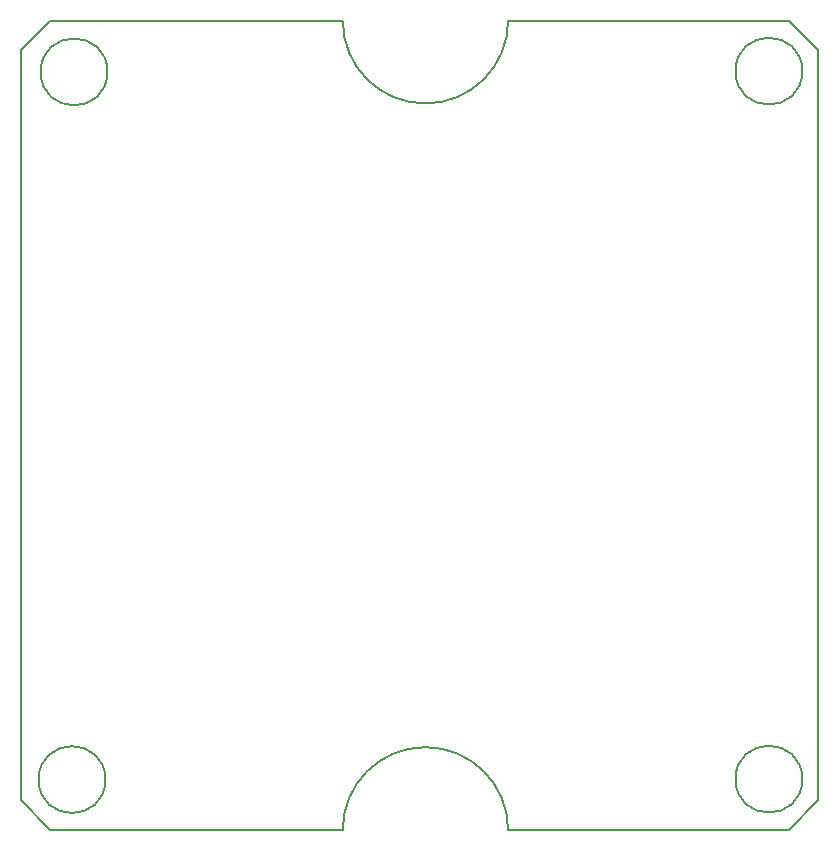
<source format=gm1>
G04 #@! TF.GenerationSoftware,KiCad,Pcbnew,5.0.0-rc2*
G04 #@! TF.CreationDate,2019-06-04T00:54:00-04:00*
G04 #@! TF.ProjectId,gassensor,67617373656E736F722E6B696361645F,rev?*
G04 #@! TF.SameCoordinates,Original*
G04 #@! TF.FileFunction,Profile,NP*
%FSLAX46Y46*%
G04 Gerber Fmt 4.6, Leading zero omitted, Abs format (unit mm)*
G04 Created by KiCad (PCBNEW 5.0.0-rc2) date Tue Jun  4 00:54:00 2019*
%MOMM*%
%LPD*%
G01*
G04 APERTURE LIST*
%ADD10C,0.152400*%
G04 APERTURE END LIST*
D10*
X164660854Y-64516000D02*
G75*
G03X164660854Y-64516000I-2828427J0D01*
G01*
X105828427Y-64578427D02*
G75*
G03X105828427Y-64578427I-2828427J0D01*
G01*
X105656854Y-124500000D02*
G75*
G03X105656854Y-124500000I-2828427J0D01*
G01*
X164660854Y-124460000D02*
G75*
G03X164660854Y-124460000I-2828427J0D01*
G01*
X125750000Y-60250000D02*
X101000000Y-60250000D01*
X163500000Y-60250000D02*
X139750000Y-60250000D01*
X166000000Y-126250000D02*
X166000000Y-62750000D01*
X139750000Y-128750000D02*
X163500000Y-128750000D01*
X101000000Y-128750000D02*
X125750000Y-128750000D01*
X98500000Y-62750000D02*
X98500000Y-126250000D01*
X166000000Y-62750000D02*
X163500000Y-60250000D01*
X163500000Y-128750000D02*
X166000000Y-126250000D01*
X98500000Y-126250000D02*
X101000000Y-128750000D01*
X101000000Y-60250000D02*
X98500000Y-62750000D01*
X132750000Y-67250000D02*
G75*
G03X139750000Y-60250000I0J7000000D01*
G01*
X125750000Y-60250000D02*
G75*
G03X132750000Y-67250000I7000000J0D01*
G01*
X132750000Y-121750000D02*
G75*
G02X139750000Y-128750000I0J-7000000D01*
G01*
X125750000Y-128750000D02*
G75*
G02X132750000Y-121750000I7000000J0D01*
G01*
M02*

</source>
